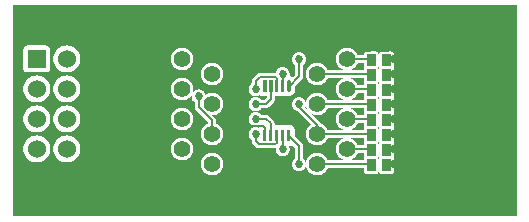
<source format=gbr>
G04 start of page 2 for group 0 idx 0 *
G04 Title: (unknown), top *
G04 Creator: pcb 1.99z *
G04 CreationDate: Fri 14 Nov 2014 07:38:12 PM GMT UTC *
G04 For: commonadmin *
G04 Format: Gerber/RS-274X *
G04 PCB-Dimensions (mil): 1705.00 735.00 *
G04 PCB-Coordinate-Origin: lower left *
%MOIN*%
%FSLAX25Y25*%
%LNTOP*%
%ADD26C,0.0380*%
%ADD25C,0.0280*%
%ADD24C,0.0630*%
%ADD23C,0.1280*%
%ADD22C,0.0354*%
%ADD21C,0.0130*%
%ADD20C,0.0270*%
%ADD19R,0.0295X0.0295*%
%ADD18C,0.0120*%
%ADD17R,0.0120X0.0120*%
%ADD16C,0.0600*%
%ADD15C,0.0827*%
%ADD14C,0.1476*%
%ADD13C,0.0551*%
%ADD12C,0.0060*%
%ADD11C,0.0001*%
G54D11*G36*
X101317Y25385D02*X101344Y25374D01*
X101919Y25236D01*
X102508Y25189D01*
X103097Y25236D01*
X103672Y25374D01*
X104218Y25600D01*
X104722Y25909D01*
X105172Y26293D01*
X105556Y26742D01*
X105865Y27246D01*
X106034Y27655D01*
X111814Y27653D01*
X111344Y27540D01*
X110797Y27314D01*
X110293Y27005D01*
X109844Y26621D01*
X109460Y26171D01*
X109151Y25667D01*
X108925Y25121D01*
X108787Y24546D01*
X108740Y23957D01*
X108787Y23367D01*
X108925Y22792D01*
X109151Y22246D01*
X109460Y21742D01*
X109844Y21293D01*
X110293Y20909D01*
X110797Y20600D01*
X111344Y20374D01*
X111848Y20253D01*
X106035Y20255D01*
X105865Y20667D01*
X105556Y21171D01*
X105172Y21621D01*
X104722Y22005D01*
X104218Y22314D01*
X103672Y22540D01*
X103097Y22678D01*
X102508Y22724D01*
X101919Y22678D01*
X101344Y22540D01*
X101317Y22529D01*
Y25385D01*
G37*
G36*
Y45385D02*X101344Y45374D01*
X101919Y45236D01*
X102508Y45189D01*
X103097Y45236D01*
X103672Y45374D01*
X104218Y45600D01*
X104722Y45909D01*
X105172Y46293D01*
X105556Y46742D01*
X105865Y47246D01*
X106034Y47655D01*
X111814Y47653D01*
X111344Y47540D01*
X110797Y47314D01*
X110293Y47005D01*
X109844Y46621D01*
X109460Y46171D01*
X109151Y45667D01*
X108925Y45121D01*
X108787Y44546D01*
X108740Y43957D01*
X108787Y43367D01*
X108925Y42792D01*
X109151Y42246D01*
X109460Y41742D01*
X109844Y41293D01*
X110293Y40909D01*
X110797Y40600D01*
X111344Y40374D01*
X111848Y40253D01*
X106035Y40255D01*
X105865Y40667D01*
X105556Y41171D01*
X105172Y41621D01*
X104722Y42005D01*
X104218Y42314D01*
X103672Y42540D01*
X103097Y42678D01*
X102508Y42724D01*
X101919Y42678D01*
X101344Y42540D01*
X101317Y42529D01*
Y45385D01*
G37*
G36*
X169008Y71957D02*Y1457D01*
X125626D01*
Y15493D01*
X127259Y15498D01*
X127412Y15535D01*
X127557Y15595D01*
X127692Y15677D01*
X127811Y15779D01*
X127913Y15899D01*
X127996Y16033D01*
X128056Y16179D01*
X128093Y16332D01*
X128102Y16489D01*
X128093Y20582D01*
X128056Y20735D01*
X127996Y20880D01*
X127949Y20957D01*
X127996Y21033D01*
X128056Y21179D01*
X128093Y21332D01*
X128102Y21489D01*
X128093Y25582D01*
X128056Y25735D01*
X127996Y25880D01*
X127949Y25957D01*
X127996Y26033D01*
X128056Y26179D01*
X128093Y26332D01*
X128102Y26489D01*
X128093Y30582D01*
X128056Y30735D01*
X127996Y30880D01*
X127949Y30957D01*
X127996Y31033D01*
X128056Y31179D01*
X128093Y31332D01*
X128102Y31489D01*
X128093Y35582D01*
X128056Y35735D01*
X127996Y35880D01*
X127949Y35957D01*
X127996Y36033D01*
X128056Y36179D01*
X128093Y36332D01*
X128102Y36489D01*
X128093Y40582D01*
X128056Y40735D01*
X127996Y40880D01*
X127949Y40957D01*
X127996Y41033D01*
X128056Y41179D01*
X128093Y41332D01*
X128102Y41489D01*
X128093Y45582D01*
X128056Y45735D01*
X127996Y45880D01*
X127949Y45957D01*
X127996Y46033D01*
X128056Y46179D01*
X128093Y46332D01*
X128102Y46489D01*
X128093Y50582D01*
X128056Y50735D01*
X127996Y50880D01*
X127949Y50957D01*
X127996Y51033D01*
X128056Y51179D01*
X128093Y51332D01*
X128102Y51489D01*
X128093Y55582D01*
X128056Y55735D01*
X127996Y55880D01*
X127913Y56014D01*
X127811Y56134D01*
X127692Y56236D01*
X127557Y56318D01*
X127412Y56379D01*
X127259Y56415D01*
X127102Y56425D01*
X125626Y56420D01*
Y71957D01*
X169008D01*
G37*
G36*
X125626Y1457D02*X101317D01*
Y15385D01*
X101344Y15374D01*
X101919Y15236D01*
X102508Y15189D01*
X103097Y15236D01*
X103672Y15374D01*
X104218Y15600D01*
X104722Y15909D01*
X105172Y16293D01*
X105556Y16742D01*
X105865Y17246D01*
X106034Y17655D01*
X118038Y17650D01*
X118041Y16332D01*
X118078Y16179D01*
X118138Y16033D01*
X118220Y15899D01*
X118323Y15779D01*
X118442Y15677D01*
X118577Y15595D01*
X118722Y15535D01*
X118875Y15498D01*
X119032Y15489D01*
X122141Y15498D01*
X122294Y15535D01*
X122439Y15595D01*
X122574Y15677D01*
X122693Y15779D01*
X122795Y15899D01*
X122878Y16033D01*
X122938Y16179D01*
X122975Y16332D01*
X122984Y16489D01*
X122975Y20582D01*
X122938Y20735D01*
X122878Y20880D01*
X122831Y20957D01*
X122878Y21033D01*
X122938Y21179D01*
X122975Y21332D01*
X122984Y21489D01*
X122975Y25582D01*
X122938Y25735D01*
X122878Y25880D01*
X122831Y25957D01*
X122878Y26033D01*
X122938Y26179D01*
X122975Y26332D01*
X122984Y26489D01*
X122975Y30582D01*
X122938Y30735D01*
X122878Y30880D01*
X122831Y30957D01*
X122878Y31033D01*
X122938Y31179D01*
X122975Y31332D01*
X122984Y31489D01*
X122975Y35582D01*
X122938Y35735D01*
X122878Y35880D01*
X122831Y35957D01*
X122878Y36033D01*
X122938Y36179D01*
X122975Y36332D01*
X122984Y36489D01*
X122975Y40582D01*
X122938Y40735D01*
X122878Y40880D01*
X122831Y40957D01*
X122878Y41033D01*
X122938Y41179D01*
X122975Y41332D01*
X122984Y41489D01*
X122975Y45582D01*
X122938Y45735D01*
X122878Y45880D01*
X122831Y45957D01*
X122878Y46033D01*
X122938Y46179D01*
X122975Y46332D01*
X122984Y46489D01*
X122975Y50582D01*
X122938Y50735D01*
X122878Y50880D01*
X122831Y50957D01*
X122878Y51033D01*
X122938Y51179D01*
X122975Y51332D01*
X122984Y51489D01*
X122975Y55582D01*
X122938Y55735D01*
X122878Y55880D01*
X122795Y56014D01*
X122693Y56134D01*
X122574Y56236D01*
X122439Y56318D01*
X122294Y56379D01*
X122141Y56415D01*
X121984Y56425D01*
X118875Y56415D01*
X118722Y56379D01*
X118577Y56318D01*
X118442Y56236D01*
X118323Y56134D01*
X118220Y56014D01*
X118138Y55880D01*
X118078Y55735D01*
X118041Y55582D01*
X118032Y55425D01*
X118032Y55251D01*
X116036Y55253D01*
X115865Y55667D01*
X115556Y56171D01*
X115172Y56621D01*
X114722Y57005D01*
X114218Y57314D01*
X113672Y57540D01*
X113097Y57678D01*
X112508Y57724D01*
X111919Y57678D01*
X111344Y57540D01*
X110797Y57314D01*
X110293Y57005D01*
X109844Y56621D01*
X109460Y56171D01*
X109151Y55667D01*
X108925Y55121D01*
X108787Y54546D01*
X108740Y53957D01*
X108787Y53367D01*
X108925Y52792D01*
X109151Y52246D01*
X109460Y51742D01*
X109844Y51293D01*
X110293Y50909D01*
X110797Y50600D01*
X111344Y50374D01*
X111848Y50253D01*
X106035Y50255D01*
X105865Y50667D01*
X105556Y51171D01*
X105172Y51621D01*
X104722Y52005D01*
X104218Y52314D01*
X103672Y52540D01*
X103097Y52678D01*
X102508Y52724D01*
X101919Y52678D01*
X101344Y52540D01*
X101317Y52529D01*
Y71957D01*
X125626D01*
Y56420D01*
X123993Y56415D01*
X123840Y56379D01*
X123695Y56318D01*
X123560Y56236D01*
X123441Y56134D01*
X123338Y56014D01*
X123256Y55880D01*
X123196Y55735D01*
X123159Y55582D01*
X123150Y55425D01*
X123159Y51332D01*
X123196Y51179D01*
X123256Y51033D01*
X123303Y50957D01*
X123256Y50880D01*
X123196Y50735D01*
X123159Y50582D01*
X123150Y50425D01*
X123159Y46332D01*
X123196Y46179D01*
X123256Y46033D01*
X123303Y45957D01*
X123256Y45880D01*
X123196Y45735D01*
X123159Y45582D01*
X123150Y45425D01*
X123159Y41332D01*
X123196Y41179D01*
X123256Y41033D01*
X123303Y40957D01*
X123256Y40880D01*
X123196Y40735D01*
X123159Y40582D01*
X123150Y40425D01*
X123159Y36332D01*
X123196Y36179D01*
X123256Y36033D01*
X123303Y35957D01*
X123256Y35880D01*
X123196Y35735D01*
X123159Y35582D01*
X123150Y35425D01*
X123159Y31332D01*
X123196Y31179D01*
X123256Y31033D01*
X123303Y30957D01*
X123256Y30880D01*
X123196Y30735D01*
X123159Y30582D01*
X123150Y30425D01*
X123159Y26332D01*
X123196Y26179D01*
X123256Y26033D01*
X123303Y25957D01*
X123256Y25880D01*
X123196Y25735D01*
X123159Y25582D01*
X123150Y25425D01*
X123159Y21332D01*
X123196Y21179D01*
X123256Y21033D01*
X123303Y20957D01*
X123256Y20880D01*
X123196Y20735D01*
X123159Y20582D01*
X123150Y20425D01*
X123159Y16332D01*
X123196Y16179D01*
X123256Y16033D01*
X123338Y15899D01*
X123441Y15779D01*
X123560Y15677D01*
X123695Y15595D01*
X123840Y15535D01*
X123993Y15498D01*
X124150Y15489D01*
X125626Y15493D01*
Y1457D01*
G37*
G36*
X89254Y71957D02*X101317D01*
Y52529D01*
X100797Y52314D01*
X100293Y52005D01*
X99844Y51621D01*
X99460Y51171D01*
X99151Y50667D01*
X98925Y50121D01*
X98787Y49546D01*
X98740Y48957D01*
X98787Y48367D01*
X98925Y47792D01*
X99151Y47246D01*
X99460Y46742D01*
X99844Y46293D01*
X100293Y45909D01*
X100797Y45600D01*
X101317Y45385D01*
Y42529D01*
X100797Y42314D01*
X100293Y42005D01*
X99844Y41621D01*
X99460Y41171D01*
X99151Y40667D01*
X98925Y40121D01*
X98787Y39546D01*
X98786Y39535D01*
X98750Y39685D01*
X98608Y40027D01*
X98415Y40342D01*
X98175Y40624D01*
X97893Y40864D01*
X97578Y41057D01*
X97236Y41199D01*
X96877Y41285D01*
X96508Y41314D01*
X96139Y41285D01*
X95779Y41199D01*
X95438Y41057D01*
X95122Y40864D01*
X94841Y40624D01*
X94601Y40342D01*
X94408Y40027D01*
X94266Y39685D01*
X94180Y39325D01*
X94151Y38957D01*
X94180Y38588D01*
X94266Y38228D01*
X94408Y37887D01*
X94601Y37571D01*
X94841Y37290D01*
X95122Y37050D01*
X95438Y36856D01*
X95779Y36715D01*
X95953Y36673D01*
X100497Y32129D01*
X100293Y32005D01*
X99844Y31621D01*
X99460Y31171D01*
X99151Y30667D01*
X98925Y30121D01*
X98787Y29546D01*
X98740Y28957D01*
X98787Y28367D01*
X98925Y27792D01*
X99151Y27246D01*
X99460Y26742D01*
X99844Y26293D01*
X100293Y25909D01*
X100797Y25600D01*
X101317Y25385D01*
Y22529D01*
X100797Y22314D01*
X100293Y22005D01*
X99844Y21621D01*
X99460Y21171D01*
X99151Y20667D01*
X98925Y20121D01*
X98787Y19546D01*
X98786Y19535D01*
X98750Y19685D01*
X98608Y20027D01*
X98415Y20342D01*
X98175Y20624D01*
X97893Y20864D01*
X97808Y20916D01*
Y24806D01*
X97812Y24857D01*
X97796Y25060D01*
X97796Y25061D01*
X97760Y25212D01*
X97748Y25260D01*
X97716Y25338D01*
X97670Y25449D01*
X97628Y25516D01*
X97563Y25623D01*
X97563Y25623D01*
X97430Y25779D01*
X97391Y25812D01*
X95002Y28201D01*
X94994Y30592D01*
X94939Y30822D01*
X94849Y31040D01*
X94725Y31241D01*
X94572Y31421D01*
X94392Y31574D01*
X94191Y31697D01*
X93973Y31788D01*
X93743Y31843D01*
X93508Y31857D01*
X92072Y31843D01*
X91908Y31803D01*
X91743Y31843D01*
X91508Y31857D01*
X90072Y31843D01*
X89958Y31815D01*
X89843Y31843D01*
X89608Y31857D01*
X89254Y31853D01*
Y41565D01*
X89843Y41571D01*
X90008Y41610D01*
X90172Y41571D01*
X90408Y41557D01*
X91843Y41571D01*
X92073Y41626D01*
X92248Y41698D01*
X92357Y41653D01*
X92678Y41576D01*
X93008Y41550D01*
X93337Y41576D01*
X93659Y41653D01*
X93964Y41780D01*
X94246Y41953D01*
X94497Y42167D01*
X94712Y42419D01*
X94885Y42700D01*
X95011Y43006D01*
X95088Y43327D01*
X95108Y43657D01*
Y44918D01*
X97391Y47201D01*
X97430Y47235D01*
X97563Y47390D01*
X97563Y47390D01*
X97670Y47565D01*
X97748Y47754D01*
X97796Y47953D01*
X97812Y48157D01*
X97808Y48208D01*
Y51997D01*
X97893Y52050D01*
X98175Y52290D01*
X98415Y52571D01*
X98608Y52887D01*
X98750Y53228D01*
X98836Y53588D01*
X98858Y53957D01*
X98836Y54325D01*
X98750Y54685D01*
X98608Y55027D01*
X98415Y55342D01*
X98175Y55624D01*
X97893Y55864D01*
X97578Y56057D01*
X97236Y56199D01*
X96877Y56285D01*
X96508Y56314D01*
X96139Y56285D01*
X95779Y56199D01*
X95438Y56057D01*
X95122Y55864D01*
X94841Y55624D01*
X94601Y55342D01*
X94408Y55027D01*
X94266Y54685D01*
X94180Y54325D01*
X94151Y53957D01*
X94180Y53588D01*
X94266Y53228D01*
X94408Y52887D01*
X94601Y52571D01*
X94841Y52290D01*
X95122Y52050D01*
X95208Y51997D01*
Y48695D01*
X94369Y47856D01*
X94246Y47961D01*
X93964Y48134D01*
X93659Y48260D01*
X93337Y48337D01*
X93277Y48342D01*
X93336Y48588D01*
X93358Y48957D01*
X93336Y49325D01*
X93250Y49685D01*
X93108Y50027D01*
X92915Y50342D01*
X92675Y50624D01*
X92393Y50864D01*
X92078Y51057D01*
X91736Y51199D01*
X91377Y51285D01*
X91008Y51314D01*
X90639Y51285D01*
X90279Y51199D01*
X89938Y51057D01*
X89622Y50864D01*
X89341Y50624D01*
X89254Y50522D01*
Y71957D01*
G37*
G36*
X101317Y1457D02*X89254D01*
Y22391D01*
X89341Y22290D01*
X89622Y22050D01*
X89938Y21856D01*
X90279Y21715D01*
X90639Y21628D01*
X91008Y21599D01*
X91377Y21628D01*
X91736Y21715D01*
X92078Y21856D01*
X92393Y22050D01*
X92675Y22290D01*
X92915Y22571D01*
X93108Y22887D01*
X93250Y23228D01*
X93336Y23588D01*
X93358Y23957D01*
X93336Y24325D01*
X93250Y24685D01*
X93108Y25027D01*
X93085Y25064D01*
X93743Y25071D01*
X93973Y25126D01*
X94191Y25216D01*
X94265Y25261D01*
X95208Y24318D01*
Y20916D01*
X95122Y20864D01*
X94841Y20624D01*
X94601Y20342D01*
X94408Y20027D01*
X94266Y19685D01*
X94180Y19325D01*
X94151Y18957D01*
X94180Y18588D01*
X94266Y18228D01*
X94408Y17887D01*
X94601Y17571D01*
X94841Y17290D01*
X95122Y17050D01*
X95438Y16856D01*
X95779Y16715D01*
X96139Y16628D01*
X96508Y16599D01*
X96877Y16628D01*
X97236Y16715D01*
X97578Y16856D01*
X97893Y17050D01*
X98175Y17290D01*
X98415Y17571D01*
X98608Y17887D01*
X98750Y18228D01*
X98786Y18379D01*
X98787Y18367D01*
X98925Y17792D01*
X99151Y17246D01*
X99460Y16742D01*
X99844Y16293D01*
X100293Y15909D01*
X100797Y15600D01*
X101317Y15385D01*
Y1457D01*
G37*
G36*
X89254D02*X67502D01*
Y15190D01*
X67508Y15189D01*
X68097Y15236D01*
X68672Y15374D01*
X69218Y15600D01*
X69722Y15909D01*
X70172Y16293D01*
X70556Y16742D01*
X70865Y17246D01*
X71091Y17792D01*
X71229Y18367D01*
X71264Y18957D01*
X71229Y19546D01*
X71091Y20121D01*
X70865Y20667D01*
X70556Y21171D01*
X70172Y21621D01*
X69722Y22005D01*
X69218Y22314D01*
X68672Y22540D01*
X68097Y22678D01*
X67508Y22724D01*
X67502Y22724D01*
Y25190D01*
X67508Y25189D01*
X68097Y25236D01*
X68672Y25374D01*
X69218Y25600D01*
X69722Y25909D01*
X70172Y26293D01*
X70556Y26742D01*
X70865Y27246D01*
X71091Y27792D01*
X71229Y28367D01*
X71264Y28957D01*
X71229Y29546D01*
X71091Y30121D01*
X70865Y30667D01*
X70556Y31171D01*
X70172Y31621D01*
X69722Y32005D01*
X69218Y32314D01*
X68808Y32484D01*
Y33406D01*
X68812Y33457D01*
X68796Y33660D01*
X68796Y33661D01*
X68760Y33812D01*
X68748Y33860D01*
X68716Y33938D01*
X68670Y34049D01*
X68628Y34116D01*
X68563Y34223D01*
X68563Y34223D01*
X68430Y34379D01*
X68391Y34412D01*
X67606Y35197D01*
X68097Y35236D01*
X68672Y35374D01*
X69218Y35600D01*
X69722Y35909D01*
X70172Y36293D01*
X70556Y36742D01*
X70865Y37246D01*
X71091Y37792D01*
X71229Y38367D01*
X71264Y38957D01*
X71229Y39546D01*
X71091Y40121D01*
X70865Y40667D01*
X70556Y41171D01*
X70172Y41621D01*
X69722Y42005D01*
X69218Y42314D01*
X68672Y42540D01*
X68097Y42678D01*
X67508Y42724D01*
X67502Y42724D01*
Y45190D01*
X67508Y45189D01*
X68097Y45236D01*
X68672Y45374D01*
X69218Y45600D01*
X69722Y45909D01*
X70172Y46293D01*
X70556Y46742D01*
X70865Y47246D01*
X71091Y47792D01*
X71229Y48367D01*
X71264Y48957D01*
X71229Y49546D01*
X71091Y50121D01*
X70865Y50667D01*
X70556Y51171D01*
X70172Y51621D01*
X69722Y52005D01*
X69218Y52314D01*
X68672Y52540D01*
X68097Y52678D01*
X67508Y52724D01*
X67502Y52724D01*
Y71957D01*
X89254D01*
Y50522D01*
X89101Y50342D01*
X88908Y50027D01*
X88766Y49685D01*
X88680Y49325D01*
X88674Y49248D01*
X88508Y49261D01*
X88457Y49257D01*
X83559D01*
X83508Y49261D01*
X83304Y49245D01*
X83105Y49197D01*
X82916Y49119D01*
X82741Y49012D01*
X82741Y49011D01*
X82586Y48879D01*
X82553Y48840D01*
X81125Y47412D01*
X81086Y47379D01*
X80953Y47223D01*
X80846Y47049D01*
X80768Y46860D01*
X80720Y46661D01*
X80720Y46660D01*
X80704Y46457D01*
X80708Y46406D01*
Y45916D01*
X80622Y45864D01*
X80341Y45624D01*
X80101Y45342D01*
X79908Y45027D01*
X79766Y44685D01*
X79680Y44325D01*
X79651Y43957D01*
X79680Y43588D01*
X79766Y43228D01*
X79908Y42887D01*
X80101Y42571D01*
X80341Y42290D01*
X80622Y42050D01*
X80938Y41856D01*
X81279Y41715D01*
X81639Y41628D01*
X82008Y41599D01*
X82377Y41628D01*
X82736Y41715D01*
X83078Y41856D01*
X83393Y42050D01*
X83395Y42051D01*
X83444Y41993D01*
X83623Y41839D01*
X83825Y41716D01*
X84043Y41626D01*
X84272Y41571D01*
X84508Y41557D01*
X85808Y41569D01*
Y41095D01*
X84969Y40257D01*
X83967D01*
X83915Y40342D01*
X83675Y40624D01*
X83393Y40864D01*
X83078Y41057D01*
X82736Y41199D01*
X82377Y41285D01*
X82008Y41314D01*
X81639Y41285D01*
X81279Y41199D01*
X80938Y41057D01*
X80622Y40864D01*
X80341Y40624D01*
X80101Y40342D01*
X79908Y40027D01*
X79766Y39685D01*
X79680Y39325D01*
X79651Y38957D01*
X79680Y38588D01*
X79766Y38228D01*
X79908Y37887D01*
X80101Y37571D01*
X80341Y37290D01*
X80622Y37050D01*
X80938Y36856D01*
X81279Y36715D01*
X81639Y36628D01*
X82008Y36599D01*
X82377Y36628D01*
X82736Y36715D01*
X83078Y36856D01*
X83393Y37050D01*
X83675Y37290D01*
X83915Y37571D01*
X83967Y37657D01*
X85457D01*
X85508Y37653D01*
X85711Y37669D01*
X85712Y37669D01*
X85911Y37717D01*
X86100Y37795D01*
X86274Y37902D01*
X86430Y38035D01*
X86463Y38074D01*
X87991Y39601D01*
X88030Y39635D01*
X88163Y39790D01*
X88163Y39790D01*
X88270Y39965D01*
X88348Y40154D01*
X88396Y40353D01*
X88412Y40557D01*
X88408Y40608D01*
Y41557D01*
X89254Y41565D01*
Y31853D01*
X88308Y31844D01*
Y32406D01*
X88312Y32457D01*
X88296Y32660D01*
X88296Y32661D01*
X88260Y32812D01*
X88248Y32860D01*
X88216Y32938D01*
X88170Y33049D01*
X88128Y33116D01*
X88063Y33223D01*
X88063Y33223D01*
X87930Y33379D01*
X87891Y33412D01*
X86463Y34840D01*
X86430Y34879D01*
X86274Y35012D01*
X86100Y35119D01*
X85911Y35197D01*
X85712Y35245D01*
X85711Y35245D01*
X85508Y35261D01*
X85457Y35257D01*
X83967D01*
X83915Y35342D01*
X83675Y35624D01*
X83393Y35864D01*
X83078Y36057D01*
X82736Y36199D01*
X82377Y36285D01*
X82008Y36314D01*
X81639Y36285D01*
X81279Y36199D01*
X80938Y36057D01*
X80622Y35864D01*
X80341Y35624D01*
X80101Y35342D01*
X79908Y35027D01*
X79766Y34685D01*
X79680Y34325D01*
X79651Y33957D01*
X79680Y33588D01*
X79766Y33228D01*
X79908Y32887D01*
X80101Y32571D01*
X80341Y32290D01*
X80622Y32050D01*
X80938Y31856D01*
X81279Y31715D01*
X81639Y31628D01*
X82008Y31599D01*
X82377Y31628D01*
X82736Y31715D01*
X83078Y31856D01*
X83330Y32011D01*
X83268Y31860D01*
X83220Y31661D01*
X83204Y31457D01*
X83218Y31274D01*
X83191Y31241D01*
X83078Y31057D01*
X82736Y31199D01*
X82377Y31285D01*
X82008Y31314D01*
X81639Y31285D01*
X81279Y31199D01*
X80938Y31057D01*
X80622Y30864D01*
X80341Y30624D01*
X80101Y30342D01*
X79908Y30027D01*
X79766Y29685D01*
X79680Y29325D01*
X79651Y28957D01*
X79680Y28588D01*
X79766Y28228D01*
X79908Y27887D01*
X80101Y27571D01*
X80341Y27290D01*
X80622Y27050D01*
X80708Y26997D01*
Y26508D01*
X80704Y26457D01*
X80720Y26253D01*
X80720Y26253D01*
X80768Y26054D01*
X80846Y25865D01*
X80887Y25798D01*
X80953Y25690D01*
X80953Y25690D01*
X81086Y25535D01*
X81125Y25501D01*
X82053Y24573D01*
X82086Y24535D01*
X82241Y24402D01*
X82241Y24402D01*
X82350Y24335D01*
X82416Y24295D01*
X82605Y24217D01*
X82804Y24169D01*
X82804Y24169D01*
X83008Y24153D01*
X83059Y24157D01*
X88457D01*
X88508Y24153D01*
X88667Y24165D01*
X88651Y23957D01*
X88680Y23588D01*
X88766Y23228D01*
X88908Y22887D01*
X89101Y22571D01*
X89254Y22391D01*
Y1457D01*
G37*
G36*
X67502Y42724D02*X66919Y42678D01*
X66344Y42540D01*
X65797Y42314D01*
X65293Y42005D01*
X65293Y42004D01*
X65250Y42185D01*
X65108Y42527D01*
X64915Y42842D01*
X64675Y43124D01*
X64393Y43364D01*
X64078Y43557D01*
X63736Y43699D01*
X63377Y43785D01*
X63008Y43814D01*
X62639Y43785D01*
X62502Y43752D01*
Y71957D01*
X67502D01*
Y52724D01*
X66919Y52678D01*
X66344Y52540D01*
X65797Y52314D01*
X65293Y52005D01*
X64844Y51621D01*
X64460Y51171D01*
X64151Y50667D01*
X63925Y50121D01*
X63787Y49546D01*
X63740Y48957D01*
X63787Y48367D01*
X63925Y47792D01*
X64151Y47246D01*
X64460Y46742D01*
X64844Y46293D01*
X65293Y45909D01*
X65797Y45600D01*
X66344Y45374D01*
X66919Y45236D01*
X67502Y45190D01*
Y42724D01*
G37*
G36*
Y1457D02*X62502D01*
Y36624D01*
X66208Y32918D01*
Y32484D01*
X65797Y32314D01*
X65293Y32005D01*
X64844Y31621D01*
X64460Y31171D01*
X64151Y30667D01*
X63925Y30121D01*
X63787Y29546D01*
X63740Y28957D01*
X63787Y28367D01*
X63925Y27792D01*
X64151Y27246D01*
X64460Y26742D01*
X64844Y26293D01*
X65293Y25909D01*
X65797Y25600D01*
X66344Y25374D01*
X66919Y25236D01*
X67502Y25190D01*
Y22724D01*
X66919Y22678D01*
X66344Y22540D01*
X65797Y22314D01*
X65293Y22005D01*
X64844Y21621D01*
X64460Y21171D01*
X64151Y20667D01*
X63925Y20121D01*
X63787Y19546D01*
X63740Y18957D01*
X63787Y18367D01*
X63925Y17792D01*
X64151Y17246D01*
X64460Y16742D01*
X64844Y16293D01*
X65293Y15909D01*
X65797Y15600D01*
X66344Y15374D01*
X66919Y15236D01*
X67502Y15190D01*
Y1457D01*
G37*
G36*
X57502Y71957D02*X62502D01*
Y43752D01*
X62279Y43699D01*
X61938Y43557D01*
X61622Y43364D01*
X61341Y43124D01*
X61104Y42846D01*
X61229Y43367D01*
X61264Y43957D01*
X61229Y44546D01*
X61091Y45121D01*
X60865Y45667D01*
X60556Y46171D01*
X60172Y46621D01*
X59722Y47005D01*
X59218Y47314D01*
X58672Y47540D01*
X58097Y47678D01*
X57508Y47724D01*
X57502Y47724D01*
Y50190D01*
X57508Y50189D01*
X58097Y50236D01*
X58672Y50374D01*
X59218Y50600D01*
X59722Y50909D01*
X60172Y51293D01*
X60556Y51742D01*
X60865Y52246D01*
X61091Y52792D01*
X61229Y53367D01*
X61264Y53957D01*
X61229Y54546D01*
X61091Y55121D01*
X60865Y55667D01*
X60556Y56171D01*
X60172Y56621D01*
X59722Y57005D01*
X59218Y57314D01*
X58672Y57540D01*
X58097Y57678D01*
X57508Y57724D01*
X57502Y57724D01*
Y71957D01*
G37*
G36*
X62502Y1457D02*X57502D01*
Y20190D01*
X57508Y20189D01*
X58097Y20236D01*
X58672Y20374D01*
X59218Y20600D01*
X59722Y20909D01*
X60172Y21293D01*
X60556Y21742D01*
X60865Y22246D01*
X61091Y22792D01*
X61229Y23367D01*
X61264Y23957D01*
X61229Y24546D01*
X61091Y25121D01*
X60865Y25667D01*
X60556Y26171D01*
X60172Y26621D01*
X59722Y27005D01*
X59218Y27314D01*
X58672Y27540D01*
X58097Y27678D01*
X57508Y27724D01*
X57502Y27724D01*
Y30190D01*
X57508Y30189D01*
X58097Y30236D01*
X58672Y30374D01*
X59218Y30600D01*
X59722Y30909D01*
X60172Y31293D01*
X60556Y31742D01*
X60865Y32246D01*
X61091Y32792D01*
X61229Y33367D01*
X61264Y33957D01*
X61229Y34546D01*
X61091Y35121D01*
X60865Y35667D01*
X60556Y36171D01*
X60172Y36621D01*
X59722Y37005D01*
X59218Y37314D01*
X58672Y37540D01*
X58097Y37678D01*
X57508Y37724D01*
X57502Y37724D01*
Y40190D01*
X57508Y40189D01*
X58097Y40236D01*
X58672Y40374D01*
X59218Y40600D01*
X59722Y40909D01*
X60172Y41293D01*
X60556Y41742D01*
X60727Y42021D01*
X60680Y41825D01*
X60651Y41457D01*
X60680Y41088D01*
X60766Y40728D01*
X60908Y40387D01*
X61101Y40071D01*
X61341Y39790D01*
X61622Y39550D01*
X61708Y39497D01*
Y38008D01*
X61704Y37957D01*
X61720Y37753D01*
X61720Y37753D01*
X61768Y37554D01*
X61846Y37365D01*
X61887Y37298D01*
X61953Y37190D01*
X61953Y37190D01*
X62086Y37035D01*
X62125Y37001D01*
X62502Y36624D01*
Y1457D01*
G37*
G36*
X57502D02*X19001D01*
Y19443D01*
X19008Y19443D01*
X19714Y19498D01*
X20403Y19664D01*
X21057Y19935D01*
X21661Y20305D01*
X22200Y20765D01*
X22660Y21304D01*
X23030Y21907D01*
X23301Y22562D01*
X23466Y23251D01*
X23508Y23957D01*
X23466Y24663D01*
X23301Y25352D01*
X23030Y26006D01*
X22660Y26610D01*
X22200Y27148D01*
X21661Y27608D01*
X21057Y27979D01*
X20403Y28250D01*
X19714Y28415D01*
X19008Y28471D01*
X19001Y28470D01*
Y29443D01*
X19008Y29443D01*
X19714Y29498D01*
X20403Y29664D01*
X21057Y29935D01*
X21661Y30305D01*
X22200Y30765D01*
X22660Y31304D01*
X23030Y31907D01*
X23301Y32562D01*
X23466Y33251D01*
X23508Y33957D01*
X23466Y34663D01*
X23301Y35352D01*
X23030Y36006D01*
X22660Y36610D01*
X22200Y37148D01*
X21661Y37608D01*
X21057Y37979D01*
X20403Y38250D01*
X19714Y38415D01*
X19008Y38471D01*
X19001Y38470D01*
Y39443D01*
X19008Y39443D01*
X19714Y39498D01*
X20403Y39664D01*
X21057Y39935D01*
X21661Y40305D01*
X22200Y40765D01*
X22660Y41304D01*
X23030Y41907D01*
X23301Y42562D01*
X23466Y43251D01*
X23508Y43957D01*
X23466Y44663D01*
X23301Y45352D01*
X23030Y46006D01*
X22660Y46610D01*
X22200Y47148D01*
X21661Y47608D01*
X21057Y47979D01*
X20403Y48250D01*
X19714Y48415D01*
X19008Y48471D01*
X19001Y48470D01*
Y49443D01*
X19008Y49443D01*
X19714Y49498D01*
X20403Y49664D01*
X21057Y49935D01*
X21661Y50305D01*
X22200Y50765D01*
X22660Y51304D01*
X23030Y51907D01*
X23301Y52562D01*
X23466Y53251D01*
X23508Y53957D01*
X23466Y54663D01*
X23301Y55352D01*
X23030Y56006D01*
X22660Y56610D01*
X22200Y57148D01*
X21661Y57608D01*
X21057Y57979D01*
X20403Y58250D01*
X19714Y58415D01*
X19008Y58471D01*
X19001Y58470D01*
Y71957D01*
X57502D01*
Y57724D01*
X56919Y57678D01*
X56344Y57540D01*
X55797Y57314D01*
X55293Y57005D01*
X54844Y56621D01*
X54460Y56171D01*
X54151Y55667D01*
X53925Y55121D01*
X53787Y54546D01*
X53740Y53957D01*
X53787Y53367D01*
X53925Y52792D01*
X54151Y52246D01*
X54460Y51742D01*
X54844Y51293D01*
X55293Y50909D01*
X55797Y50600D01*
X56344Y50374D01*
X56919Y50236D01*
X57502Y50190D01*
Y47724D01*
X56919Y47678D01*
X56344Y47540D01*
X55797Y47314D01*
X55293Y47005D01*
X54844Y46621D01*
X54460Y46171D01*
X54151Y45667D01*
X53925Y45121D01*
X53787Y44546D01*
X53740Y43957D01*
X53787Y43367D01*
X53925Y42792D01*
X54151Y42246D01*
X54460Y41742D01*
X54844Y41293D01*
X55293Y40909D01*
X55797Y40600D01*
X56344Y40374D01*
X56919Y40236D01*
X57502Y40190D01*
Y37724D01*
X56919Y37678D01*
X56344Y37540D01*
X55797Y37314D01*
X55293Y37005D01*
X54844Y36621D01*
X54460Y36171D01*
X54151Y35667D01*
X53925Y35121D01*
X53787Y34546D01*
X53740Y33957D01*
X53787Y33367D01*
X53925Y32792D01*
X54151Y32246D01*
X54460Y31742D01*
X54844Y31293D01*
X55293Y30909D01*
X55797Y30600D01*
X56344Y30374D01*
X56919Y30236D01*
X57502Y30190D01*
Y27724D01*
X56919Y27678D01*
X56344Y27540D01*
X55797Y27314D01*
X55293Y27005D01*
X54844Y26621D01*
X54460Y26171D01*
X54151Y25667D01*
X53925Y25121D01*
X53787Y24546D01*
X53740Y23957D01*
X53787Y23367D01*
X53925Y22792D01*
X54151Y22246D01*
X54460Y21742D01*
X54844Y21293D01*
X55293Y20909D01*
X55797Y20600D01*
X56344Y20374D01*
X56919Y20236D01*
X57502Y20190D01*
Y1457D01*
G37*
G36*
X19001D02*X9008D01*
Y19443D01*
X9714Y19498D01*
X10403Y19664D01*
X11057Y19935D01*
X11661Y20305D01*
X12200Y20765D01*
X12660Y21304D01*
X13030Y21907D01*
X13301Y22562D01*
X13466Y23251D01*
X13508Y23957D01*
X13466Y24663D01*
X13301Y25352D01*
X13030Y26006D01*
X12660Y26610D01*
X12200Y27148D01*
X11661Y27608D01*
X11057Y27979D01*
X10403Y28250D01*
X9714Y28415D01*
X9008Y28471D01*
Y29443D01*
X9714Y29498D01*
X10403Y29664D01*
X11057Y29935D01*
X11661Y30305D01*
X12200Y30765D01*
X12660Y31304D01*
X13030Y31907D01*
X13301Y32562D01*
X13466Y33251D01*
X13508Y33957D01*
X13466Y34663D01*
X13301Y35352D01*
X13030Y36006D01*
X12660Y36610D01*
X12200Y37148D01*
X11661Y37608D01*
X11057Y37979D01*
X10403Y38250D01*
X9714Y38415D01*
X9008Y38471D01*
Y39443D01*
X9714Y39498D01*
X10403Y39664D01*
X11057Y39935D01*
X11661Y40305D01*
X12200Y40765D01*
X12660Y41304D01*
X13030Y41907D01*
X13301Y42562D01*
X13466Y43251D01*
X13508Y43957D01*
X13466Y44663D01*
X13301Y45352D01*
X13030Y46006D01*
X12660Y46610D01*
X12200Y47148D01*
X11661Y47608D01*
X11057Y47979D01*
X10403Y48250D01*
X9714Y48415D01*
X9008Y48471D01*
Y49463D01*
X12243Y49471D01*
X12473Y49526D01*
X12691Y49616D01*
X12892Y49739D01*
X13072Y49893D01*
X13225Y50072D01*
X13349Y50274D01*
X13439Y50492D01*
X13494Y50721D01*
X13508Y50957D01*
X13494Y57192D01*
X13439Y57422D01*
X13349Y57640D01*
X13225Y57841D01*
X13072Y58021D01*
X12892Y58174D01*
X12691Y58297D01*
X12473Y58388D01*
X12243Y58443D01*
X12008Y58457D01*
X9008Y58450D01*
Y71957D01*
X19001D01*
Y58470D01*
X18302Y58415D01*
X17613Y58250D01*
X16959Y57979D01*
X16355Y57608D01*
X15816Y57148D01*
X15356Y56610D01*
X14986Y56006D01*
X14715Y55352D01*
X14550Y54663D01*
X14494Y53957D01*
X14550Y53251D01*
X14715Y52562D01*
X14986Y51907D01*
X15356Y51304D01*
X15816Y50765D01*
X16355Y50305D01*
X16959Y49935D01*
X17613Y49664D01*
X18302Y49498D01*
X19001Y49443D01*
Y48470D01*
X18302Y48415D01*
X17613Y48250D01*
X16959Y47979D01*
X16355Y47608D01*
X15816Y47148D01*
X15356Y46610D01*
X14986Y46006D01*
X14715Y45352D01*
X14550Y44663D01*
X14494Y43957D01*
X14550Y43251D01*
X14715Y42562D01*
X14986Y41907D01*
X15356Y41304D01*
X15816Y40765D01*
X16355Y40305D01*
X16959Y39935D01*
X17613Y39664D01*
X18302Y39498D01*
X19001Y39443D01*
Y38470D01*
X18302Y38415D01*
X17613Y38250D01*
X16959Y37979D01*
X16355Y37608D01*
X15816Y37148D01*
X15356Y36610D01*
X14986Y36006D01*
X14715Y35352D01*
X14550Y34663D01*
X14494Y33957D01*
X14550Y33251D01*
X14715Y32562D01*
X14986Y31907D01*
X15356Y31304D01*
X15816Y30765D01*
X16355Y30305D01*
X16959Y29935D01*
X17613Y29664D01*
X18302Y29498D01*
X19001Y29443D01*
Y28470D01*
X18302Y28415D01*
X17613Y28250D01*
X16959Y27979D01*
X16355Y27608D01*
X15816Y27148D01*
X15356Y26610D01*
X14986Y26006D01*
X14715Y25352D01*
X14550Y24663D01*
X14494Y23957D01*
X14550Y23251D01*
X14715Y22562D01*
X14986Y21907D01*
X15356Y21304D01*
X15816Y20765D01*
X16355Y20305D01*
X16959Y19935D01*
X17613Y19664D01*
X18302Y19498D01*
X19001Y19443D01*
Y1457D01*
G37*
G36*
X9008D02*X1008D01*
Y71957D01*
X9008D01*
Y58450D01*
X5772Y58443D01*
X5543Y58388D01*
X5325Y58297D01*
X5123Y58174D01*
X4944Y58021D01*
X4791Y57841D01*
X4667Y57640D01*
X4577Y57422D01*
X4522Y57192D01*
X4508Y56957D01*
X4522Y50721D01*
X4577Y50492D01*
X4667Y50274D01*
X4791Y50072D01*
X4944Y49893D01*
X5123Y49739D01*
X5325Y49616D01*
X5543Y49526D01*
X5772Y49471D01*
X6008Y49457D01*
X9008Y49463D01*
Y48471D01*
X8302Y48415D01*
X7613Y48250D01*
X6959Y47979D01*
X6355Y47608D01*
X5816Y47148D01*
X5356Y46610D01*
X4986Y46006D01*
X4715Y45352D01*
X4550Y44663D01*
X4494Y43957D01*
X4550Y43251D01*
X4715Y42562D01*
X4986Y41907D01*
X5356Y41304D01*
X5816Y40765D01*
X6355Y40305D01*
X6959Y39935D01*
X7613Y39664D01*
X8302Y39498D01*
X9008Y39443D01*
Y38471D01*
X8302Y38415D01*
X7613Y38250D01*
X6959Y37979D01*
X6355Y37608D01*
X5816Y37148D01*
X5356Y36610D01*
X4986Y36006D01*
X4715Y35352D01*
X4550Y34663D01*
X4494Y33957D01*
X4550Y33251D01*
X4715Y32562D01*
X4986Y31907D01*
X5356Y31304D01*
X5816Y30765D01*
X6355Y30305D01*
X6959Y29935D01*
X7613Y29664D01*
X8302Y29498D01*
X9008Y29443D01*
Y28471D01*
X8302Y28415D01*
X7613Y28250D01*
X6959Y27979D01*
X6355Y27608D01*
X5816Y27148D01*
X5356Y26610D01*
X4986Y26006D01*
X4715Y25352D01*
X4550Y24663D01*
X4494Y23957D01*
X4550Y23251D01*
X4715Y22562D01*
X4986Y21907D01*
X5356Y21304D01*
X5816Y20765D01*
X6355Y20305D01*
X6959Y19935D01*
X7613Y19664D01*
X8302Y19498D01*
X9008Y19443D01*
Y1457D01*
G37*
G36*
X83967Y32657D02*X84008D01*
X83954Y32634D01*
X83967Y32657D01*
G37*
G36*
X116033Y52653D02*X118038Y52651D01*
X118041Y51332D01*
X118078Y51179D01*
X118138Y51033D01*
X118185Y50957D01*
X118138Y50880D01*
X118078Y50735D01*
X118041Y50582D01*
X118032Y50425D01*
X118032Y50250D01*
X113166Y50252D01*
X113672Y50374D01*
X114218Y50600D01*
X114722Y50909D01*
X115172Y51293D01*
X115556Y51742D01*
X115865Y52246D01*
X116033Y52653D01*
G37*
G36*
X113205Y47652D02*X118038Y47650D01*
X118041Y46332D01*
X118078Y46179D01*
X118138Y46033D01*
X118185Y45957D01*
X118138Y45880D01*
X118078Y45735D01*
X118041Y45582D01*
X118032Y45425D01*
X118032Y45251D01*
X116036Y45253D01*
X115865Y45667D01*
X115556Y46171D01*
X115172Y46621D01*
X114722Y47005D01*
X114218Y47314D01*
X113672Y47540D01*
X113205Y47652D01*
G37*
G36*
X116033Y42653D02*X118038Y42651D01*
X118041Y41332D01*
X118078Y41179D01*
X118138Y41033D01*
X118185Y40957D01*
X118138Y40880D01*
X118078Y40735D01*
X118041Y40582D01*
X118032Y40425D01*
X118032Y40250D01*
X113166Y40252D01*
X113672Y40374D01*
X114218Y40600D01*
X114722Y40909D01*
X115172Y41293D01*
X115556Y41742D01*
X115865Y42246D01*
X116033Y42653D01*
G37*
G36*
X106034Y37655D02*X111814Y37653D01*
X111344Y37540D01*
X110797Y37314D01*
X110293Y37005D01*
X109844Y36621D01*
X109460Y36171D01*
X109151Y35667D01*
X108925Y35121D01*
X108787Y34546D01*
X108740Y33957D01*
X108787Y33367D01*
X108925Y32792D01*
X109151Y32246D01*
X109460Y31742D01*
X109844Y31293D01*
X110293Y30909D01*
X110797Y30600D01*
X111344Y30374D01*
X111848Y30253D01*
X106035Y30255D01*
X105865Y30667D01*
X105556Y31171D01*
X105172Y31621D01*
X104722Y32005D01*
X104218Y32314D01*
X103674Y32539D01*
X103670Y32549D01*
X103563Y32723D01*
X103430Y32879D01*
X103391Y32912D01*
X100554Y35749D01*
X100797Y35600D01*
X101344Y35374D01*
X101919Y35236D01*
X102508Y35189D01*
X103097Y35236D01*
X103672Y35374D01*
X104218Y35600D01*
X104722Y35909D01*
X105172Y36293D01*
X105556Y36742D01*
X105865Y37246D01*
X106034Y37655D01*
G37*
G36*
X113205Y37652D02*X118038Y37650D01*
X118041Y36332D01*
X118078Y36179D01*
X118138Y36033D01*
X118185Y35957D01*
X118138Y35880D01*
X118078Y35735D01*
X118041Y35582D01*
X118032Y35425D01*
X118032Y35251D01*
X116036Y35253D01*
X115865Y35667D01*
X115556Y36171D01*
X115172Y36621D01*
X114722Y37005D01*
X114218Y37314D01*
X113672Y37540D01*
X113205Y37652D01*
G37*
G36*
X116033Y32653D02*X118038Y32651D01*
X118041Y31332D01*
X118078Y31179D01*
X118138Y31033D01*
X118185Y30957D01*
X118138Y30880D01*
X118078Y30735D01*
X118041Y30582D01*
X118032Y30425D01*
X118032Y30250D01*
X113166Y30252D01*
X113672Y30374D01*
X114218Y30600D01*
X114722Y30909D01*
X115172Y31293D01*
X115556Y31742D01*
X115865Y32246D01*
X116033Y32653D01*
G37*
G36*
X99300Y37003D02*X98535Y37768D01*
X98608Y37887D01*
X98750Y38228D01*
X98786Y38379D01*
X98787Y38367D01*
X98925Y37792D01*
X99151Y37246D01*
X99300Y37003D01*
G37*
G36*
X113205Y27652D02*X118038Y27650D01*
X118041Y26332D01*
X118078Y26179D01*
X118138Y26033D01*
X118185Y25957D01*
X118138Y25880D01*
X118078Y25735D01*
X118041Y25582D01*
X118032Y25425D01*
X118032Y25251D01*
X116036Y25253D01*
X115865Y25667D01*
X115556Y26171D01*
X115172Y26621D01*
X114722Y27005D01*
X114218Y27314D01*
X113672Y27540D01*
X113205Y27652D01*
G37*
G36*
X116033Y22653D02*X118038Y22651D01*
X118041Y21332D01*
X118078Y21179D01*
X118138Y21033D01*
X118185Y20957D01*
X118138Y20880D01*
X118078Y20735D01*
X118041Y20582D01*
X118032Y20425D01*
X118032Y20250D01*
X113166Y20252D01*
X113672Y20374D01*
X114218Y20600D01*
X114722Y20909D01*
X115172Y21293D01*
X115556Y21742D01*
X115865Y22246D01*
X116033Y22653D01*
G37*
G54D12*X67508Y28957D02*Y33457D01*
X63008Y41457D02*Y37957D01*
X67508Y33457D01*
X102508Y28957D02*Y31957D01*
X96508Y38957D02*Y37957D01*
X102508Y31957D02*X96508Y37957D01*
Y18957D02*Y24857D01*
X92908Y28457D01*
X102508Y18957D02*X120508Y18949D01*
X112508Y23957D02*X120508Y23949D01*
X102508Y28957D02*X120508Y28949D01*
X112508Y33957D02*X120508Y33949D01*
X82008Y46457D02*X83508Y47957D01*
X88508D01*
X89008Y47457D01*
X82008Y43957D02*Y46457D01*
X87108Y44957D02*Y40557D01*
X85508Y38957D01*
X91008Y48957D02*Y44957D01*
X96508Y48157D02*X93008Y44657D01*
X89008Y47457D02*Y44957D01*
Y28457D02*Y25957D01*
X88508Y25457D01*
X83008D01*
X82008Y26457D01*
Y28957D01*
X85508Y38957D02*X82008D01*
Y33957D02*X85508D01*
X87008Y32457D01*
Y28457D01*
X85008D02*Y30957D01*
X84508Y31457D01*
X91008Y23957D02*Y28357D01*
X90908Y28457D01*
X84508Y31457D02*X80008D01*
X96508Y53957D02*Y48157D01*
X102508Y38957D02*X120508Y38949D01*
X112508Y43957D02*X120508Y43949D01*
X102508Y48957D02*X120508Y48949D01*
X112508Y53957D02*X120508Y53949D01*
G54D13*X102508Y48957D03*
Y38957D03*
Y28957D03*
Y18957D03*
X112508Y53957D03*
Y43957D03*
Y33957D03*
Y23957D03*
G54D14*X137508Y58957D03*
Y13957D03*
G54D15*X149516Y67500D03*
Y5492D03*
G54D13*X67508Y38957D03*
Y28957D03*
Y18957D03*
X57508Y33957D03*
Y23957D03*
X67508Y48957D03*
X57508Y53957D03*
Y43957D03*
G54D11*G36*
X72000Y9500D02*Y3500D01*
X78000D01*
Y9500D01*
X72000D01*
G37*
G54D16*X85000Y6500D03*
X95000D03*
G54D11*G36*
X72000Y69000D02*Y63000D01*
X78000D01*
Y69000D01*
X72000D01*
G37*
G54D16*X85000Y66000D03*
X95000D03*
G54D14*X32508Y58957D03*
G54D16*X19008Y53957D03*
G54D14*X32508Y13957D03*
G54D15*X20500Y67500D03*
Y5492D03*
G54D11*G36*
X5508Y15957D02*Y9957D01*
X11508D01*
Y15957D01*
X5508D01*
G37*
G36*
X6008Y56957D02*Y50957D01*
X12008D01*
Y56957D01*
X6008D01*
G37*
G54D16*X9008Y43957D03*
X19008D03*
X9008Y33957D03*
X19008D03*
X9008Y23957D03*
X19008D03*
G54D17*X85008Y29757D02*Y27157D01*
X87008Y29757D02*Y27157D01*
X89008Y29757D02*Y27157D01*
X90908Y29757D02*Y27157D01*
X92908Y29757D02*Y27157D01*
G54D18*X93008Y46257D02*Y43657D01*
G54D17*X91008Y46257D02*Y43657D01*
X89008Y46257D02*Y43657D01*
X87108Y46257D02*Y43657D01*
X85108Y46257D02*Y43657D01*
G54D19*X120508Y53949D02*Y52965D01*
X125626Y53949D02*Y52965D01*
X120508Y18949D02*Y17965D01*
X125626Y18949D02*Y17965D01*
X120508Y23949D02*Y22965D01*
X125626Y23949D02*Y22965D01*
X120508Y28949D02*Y27965D01*
X125626Y28949D02*Y27965D01*
X120508Y33949D02*Y32965D01*
X125626Y33949D02*Y32965D01*
X120508Y38949D02*Y37965D01*
Y43949D02*Y42965D01*
Y48949D02*Y47965D01*
X125626Y38949D02*Y37965D01*
Y43949D02*Y42965D01*
Y48949D02*Y47965D01*
G54D20*X73508Y36457D03*
X63008Y41457D03*
X73508D03*
Y31457D03*
X96508Y53957D03*
X73508Y46457D03*
Y51457D03*
Y56457D03*
X128008Y53957D03*
Y48957D03*
Y43957D03*
Y38957D03*
Y33957D03*
Y28957D03*
Y23957D03*
Y18957D03*
X96508Y38957D03*
X82008Y43957D03*
Y28957D03*
Y33957D03*
Y38957D03*
X91008Y48957D03*
Y23957D03*
X73508Y26457D03*
Y21457D03*
X96508Y18957D03*
G54D21*G54D22*G54D23*G54D24*G54D22*G54D25*G54D23*G54D26*G54D23*G54D24*G54D25*G54D26*M02*

</source>
